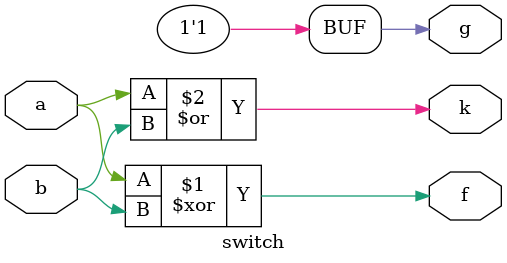
<source format=v>
module switch(
  input a,
  input b,
  output f,
	output g,
	output k
);

	initial begin $display("hello world"); end
  assign f = a ^ b;
	assign k = a | b;
	assign g = '1 ;

endmodule


//module dual_control_switch(
//    input wire a,
//    input wire b,
//    output wire f
//);
//
//    // 实现异或逻辑
//    assign f = a ^ b;
//
//endmodule
//
//// 测试模块
//module testbench;
//    reg a, b;
//    wire f;
//
//    // 实例化被测试的模块
//    dual_control_switch dut(
//        .a(a),
//        .b(b),
//        .f(f)
//    );
//
//    initial begin
//        $display("开始测试双控开关...");
//
//        // 测试所有可能的输入组合
//        for (int i = 0; i < 4; i = i + 1) begin
//            a = i[0];
//            b = i[1];
//            #10; // 等待一段时间让输出稳定
//
//            $display("a = %b, b = %b, f = %b", a, b, f);
//
//            // 验证输出是否正确
//            if (f !== (a ^ b)) begin
//                $display("错误：a = %b, b = %b, 期望 f = %b, 但得到 f = %b", a, b, a ^ b, f);
//                $finish;
//            end
//        end
//
//        $display("测试完成，所有用例通过！");
//        $finish;
//    end
//
//endmodule

</source>
